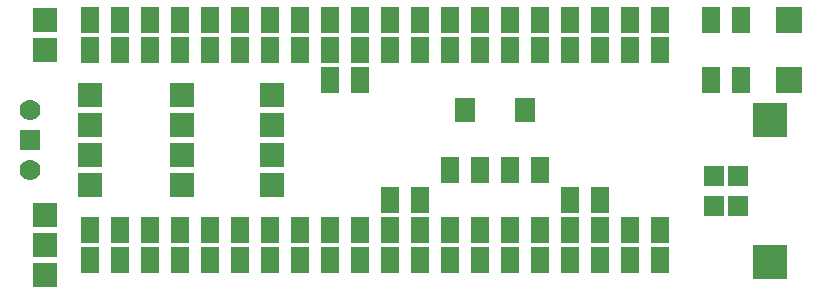
<source format=gts>
%FSLAX34Y34*%
G04 Gerber Fmt 3.4, Leading zero omitted, Abs format*
G04 (created by PCBNEW (2014-04-11 BZR 4798)-product) date mar. 20 mai 2014 10:15:50 CEST*
%MOIN*%
G01*
G70*
G90*
G04 APERTURE LIST*
%ADD10C,0.003937*%
%ADD11R,0.062000X0.090000*%
%ADD12R,0.090000X0.090000*%
%ADD13R,0.068000X0.068000*%
%ADD14R,0.118110X0.118110*%
%ADD15R,0.080000X0.080000*%
%ADD16R,0.068000X0.080000*%
%ADD17C,0.070000*%
%ADD18R,0.070000X0.070000*%
G04 APERTURE END LIST*
G54D10*
G54D11*
X73750Y-51250D03*
X74750Y-51250D03*
X75750Y-51250D03*
X76750Y-51250D03*
X77750Y-51250D03*
X78750Y-51250D03*
X79750Y-51250D03*
X80750Y-51250D03*
X81750Y-51250D03*
X82750Y-51250D03*
X83750Y-51250D03*
X84750Y-51250D03*
X85750Y-51250D03*
X86750Y-51250D03*
X87750Y-51250D03*
X88750Y-51250D03*
X89750Y-51250D03*
X90750Y-51250D03*
X91750Y-51250D03*
X92750Y-51250D03*
G54D12*
X97050Y-51250D03*
X97050Y-53250D03*
G54D11*
X73750Y-59250D03*
X74750Y-59250D03*
X75750Y-59250D03*
X76750Y-59250D03*
X77750Y-59250D03*
X78750Y-59250D03*
X79750Y-59250D03*
X80750Y-59250D03*
X81750Y-59250D03*
X82750Y-59250D03*
X83750Y-59250D03*
X84750Y-59250D03*
X85750Y-59250D03*
X86750Y-59250D03*
X87750Y-59250D03*
X88750Y-59250D03*
X89750Y-59250D03*
X90750Y-59250D03*
X91750Y-59250D03*
X92750Y-59250D03*
X94450Y-51250D03*
X95450Y-51250D03*
X94450Y-53250D03*
X95450Y-53250D03*
X84750Y-57250D03*
X83750Y-57250D03*
X89750Y-57250D03*
X90750Y-57250D03*
X82750Y-53250D03*
X81750Y-53250D03*
X85750Y-56250D03*
X86750Y-56250D03*
X88750Y-56250D03*
X87750Y-56250D03*
G54D13*
X94550Y-56450D03*
X94550Y-57450D03*
X95337Y-57450D03*
X95337Y-56450D03*
G54D14*
X96400Y-54588D03*
X96400Y-59312D03*
G54D15*
X79800Y-53750D03*
X76800Y-53750D03*
X79800Y-54750D03*
X76800Y-54750D03*
X76800Y-55750D03*
X79800Y-55750D03*
X76800Y-56750D03*
X79800Y-56750D03*
G54D11*
X73750Y-58250D03*
X74750Y-58250D03*
X75750Y-58250D03*
X76750Y-58250D03*
X77750Y-58250D03*
X78750Y-58250D03*
X79750Y-58250D03*
X80750Y-58250D03*
X81750Y-58250D03*
X82750Y-58250D03*
X83750Y-58250D03*
X84750Y-58250D03*
X85750Y-58250D03*
X86750Y-58250D03*
X87750Y-58250D03*
X88750Y-58250D03*
X89750Y-58250D03*
X90750Y-58250D03*
X91750Y-58250D03*
X92750Y-58250D03*
X92750Y-52250D03*
X91750Y-52250D03*
X90750Y-52250D03*
X89750Y-52250D03*
X88750Y-52250D03*
X87750Y-52250D03*
X86750Y-52250D03*
X85750Y-52250D03*
X84750Y-52250D03*
X83750Y-52250D03*
X82750Y-52250D03*
X81750Y-52250D03*
X80750Y-52250D03*
X79750Y-52250D03*
X78750Y-52250D03*
X77750Y-52250D03*
X76750Y-52250D03*
X75750Y-52250D03*
X74750Y-52250D03*
X73750Y-52250D03*
G54D16*
X88250Y-54250D03*
X86250Y-54250D03*
G54D15*
X73750Y-56750D03*
X73750Y-55750D03*
X73750Y-54750D03*
X73750Y-53750D03*
X72250Y-57750D03*
X72250Y-58750D03*
X72250Y-59750D03*
X72250Y-52250D03*
X72250Y-51250D03*
G54D17*
X71750Y-56250D03*
G54D18*
X71750Y-55250D03*
G54D17*
X71750Y-54250D03*
M02*

</source>
